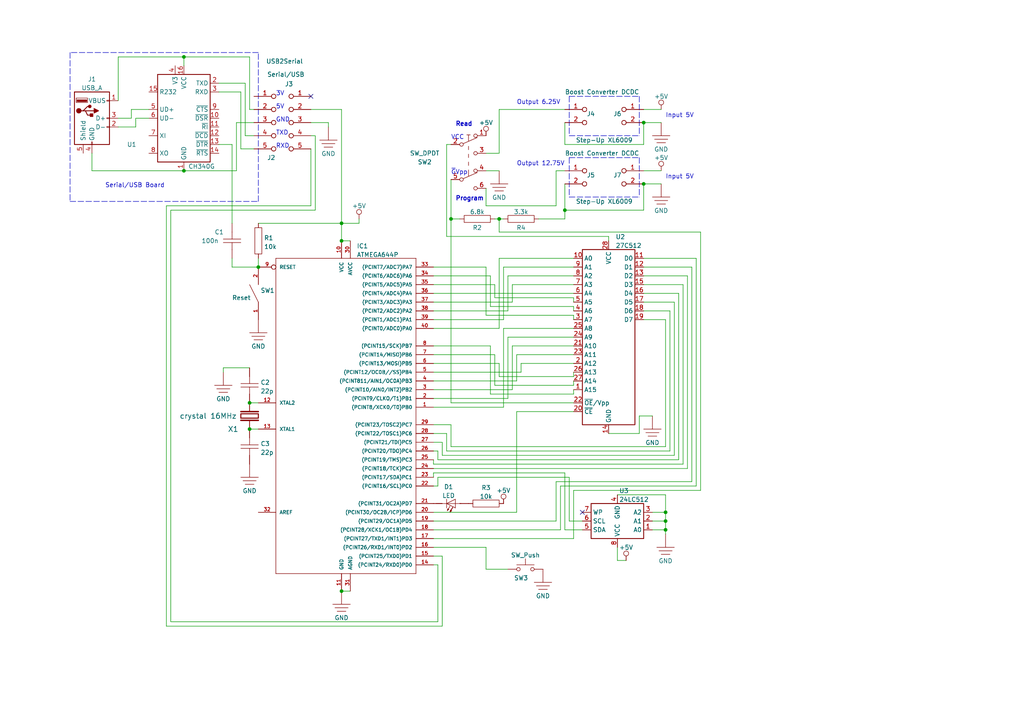
<source format=kicad_sch>
(kicad_sch (version 20211123) (generator eeschema)
  (paper "A4")
  (lib_symbols
    (symbol "weigu:+5V" (power) (pin_numbers hide) (pin_names (offset 0) hide)
      (property "Value" "+5V" (at -0.254 4.064 0))
      (symbol "+5V_0_1"
        (circle (center 0 2.032) (radius 0.7112))
      )
      (symbol "+5V_1_1"
        (pin power_in line (at 0 0 90) (length 1.27) (name "+5V") (number "1"))
      )
    )
    (symbol "weigu:24LC512"
      (property "Reference" "U" (at -6.35 6.35 0))
      (property "Value" "24LC512" (at 1.27 6.35 0))
      (symbol "24LC512_1_1"
        (rectangle (start -7.62 5.08) (end 7.62 -5.08) (stroke (width 0.254)))
        (pin input line (at -10.16 2.54 0) (length 2.54) (name "A0") (number "1"))
        (pin input line (at -10.16 0 0) (length 2.54) (name "A1") (number "2"))
        (pin input line (at -10.16 -2.54 0) (length 2.54) (name "A2") (number "3"))
        (pin power_in line (at 0 -7.62 90) (length 2.54) (name "GND") (number "4"))
        (pin bidirectional line (at 10.16 2.54 180) (length 2.54) (name "SDA") (number "5"))
        (pin input line (at 10.16 0 180) (length 2.54) (name "SCL") (number "6"))
        (pin input line (at 10.16 -2.54 180) (length 2.54) (name "WP") (number "7"))
        (pin power_in line (at 0 7.62 270) (length 2.54) (name "VCC") (number "8"))
      )
    )
    (symbol "weigu:27C512"
      (property "Reference" "U?" (at 2.0194 29.0998 0))
      (property "Value" "27C512" (at 2.0194 26.5629 0))
      (symbol "27C512_1_1"
        (rectangle (start -7.62 25.4) (end 7.62 -25.4) (stroke (width 0.254)))
        (pin input line (at -10.16 -15.24 0) (length 2.54) (name "A15") (number "1"))
        (pin input line (at -10.16 22.86 0) (length 2.54) (name "A0") (number "10"))
        (pin tri_state line (at 10.16 22.86 180) (length 2.54) (name "D0") (number "11"))
        (pin tri_state line (at 10.16 20.32 180) (length 2.54) (name "D1") (number "12"))
        (pin tri_state line (at 10.16 17.78 180) (length 2.54) (name "D2") (number "13"))
        (pin power_in line (at 0 -27.94 90) (length 2.54) (name "GND") (number "14"))
        (pin tri_state line (at 10.16 15.24 180) (length 2.54) (name "D3") (number "15"))
        (pin tri_state line (at 10.16 12.7 180) (length 2.54) (name "D4") (number "16"))
        (pin tri_state line (at 10.16 10.16 180) (length 2.54) (name "D5") (number "17"))
        (pin tri_state line (at 10.16 7.62 180) (length 2.54) (name "D6") (number "18"))
        (pin tri_state line (at 10.16 5.08 180) (length 2.54) (name "D7") (number "19"))
        (pin input line (at -10.16 -7.62 0) (length 2.54) (name "A12") (number "2"))
        (pin input line (at -10.16 -21.59 0) (length 2.54) (name "~{CE}") (number "20"))
        (pin input line (at -10.16 -2.54 0) (length 2.54) (name "A10") (number "21"))
        (pin input line (at -10.16 -19.05 0) (length 2.54) (name "~{OE}/Vpp") (number "22"))
        (pin input line (at -10.16 -5.08 0) (length 2.54) (name "A11") (number "23"))
        (pin input line (at -10.16 0 0) (length 2.54) (name "A9") (number "24"))
        (pin input line (at -10.16 2.54 0) (length 2.54) (name "A8") (number "25"))
        (pin input line (at -10.16 -10.16 0) (length 2.54) (name "A13") (number "26"))
        (pin input line (at -10.16 -12.7 0) (length 2.54) (name "A14") (number "27"))
        (pin power_in line (at 0 27.94 270) (length 2.54) (name "VCC") (number "28"))
        (pin input line (at -10.16 5.08 0) (length 2.54) (name "A7") (number "3"))
        (pin input line (at -10.16 7.62 0) (length 2.54) (name "A6") (number "4"))
        (pin input line (at -10.16 10.16 0) (length 2.54) (name "A5") (number "5"))
        (pin input line (at -10.16 12.7 0) (length 2.54) (name "A4") (number "6"))
        (pin input line (at -10.16 15.24 0) (length 2.54) (name "A3") (number "7"))
        (pin input line (at -10.16 17.78 0) (length 2.54) (name "A2") (number "8"))
        (pin input line (at -10.16 20.32 0) (length 2.54) (name "A1") (number "9"))
      )
    )
    (symbol "weigu:ATMEGA644P" (pin_names (offset 1.016))
      (property "Reference" "IC" (at -20.32 46.482 0))
      (property "Value" "ATMEGA644P" (at 5.08 -48.26 0))
      (symbol "ATMEGA644P_1_0"
        (polyline (pts (xy -20.32 -45.72) (xy -20.32 45.72)))
        (polyline (pts (xy -20.32 45.72) (xy 20.32 45.72)))
        (polyline (pts (xy 20.32 -45.72) (xy -20.32 -45.72)))
        (polyline (pts (xy 20.32 45.72) (xy 20.32 -45.72)))
      )
      (symbol "ATMEGA644P_1_1"
        (pin bidirectional line (at 25.4 2.54 180) (length 5.08) (name "(PCINT8/XCK0/T0)PB0") (number "1"))
        (pin power_in line (at -1.27 50.8 270) (length 5.08) (name "VCC") (number "10"))
        (pin power_in line (at -1.27 -50.8 90) (length 5.08) (name "GND") (number "11"))
        (pin bidirectional line (at -25.4 3.81 0) (length 5.08) (name "XTAL2") (number "12"))
        (pin bidirectional line (at -25.4 -3.81 0) (length 5.08) (name "XTAL1") (number "13"))
        (pin bidirectional line (at 25.4 -43.18 180) (length 5.08) (name "(PCINT24/RXD0)PD0") (number "14"))
        (pin bidirectional line (at 25.4 -40.64 180) (length 5.08) (name "(PCINT25/TXD0)PD1") (number "15"))
        (pin bidirectional line (at 25.4 -38.1 180) (length 5.08) (name "(PCINT26/RXD1/INT0)PD2") (number "16"))
        (pin bidirectional line (at 25.4 -35.56 180) (length 5.08) (name "(PCINT27/TXD1/INT1)PD3") (number "17"))
        (pin bidirectional line (at 25.4 -33.02 180) (length 5.08) (name "(PCINT28/XCK1/OC1B)PD4") (number "18"))
        (pin bidirectional line (at 25.4 -30.48 180) (length 5.08) (name "(PCINT29/OC1A)PD5") (number "19"))
        (pin bidirectional line (at 25.4 5.08 180) (length 5.08) (name "(PCINT9/CLKO/T1)PB1") (number "2"))
        (pin bidirectional line (at 25.4 -27.94 180) (length 5.08) (name "(PCINT30/OC2B/ICP)PD6") (number "20"))
        (pin bidirectional line (at 25.4 -25.4 180) (length 5.08) (name "(PCINT31/OC2A)PD7") (number "21"))
        (pin bidirectional line (at 25.4 -20.32 180) (length 5.08) (name "(PCINT16/SCL)PC0") (number "22"))
        (pin bidirectional line (at 25.4 -17.78 180) (length 5.08) (name "(PCINT17/SDA)PC1") (number "23"))
        (pin bidirectional line (at 25.4 -15.24 180) (length 5.08) (name "(PCINT18/TCK)PC2") (number "24"))
        (pin bidirectional line (at 25.4 -12.7 180) (length 5.08) (name "(PCINT19/TMS)PC3") (number "25"))
        (pin bidirectional line (at 25.4 -10.16 180) (length 5.08) (name "(PCINT20/TDO)PC4") (number "26"))
        (pin bidirectional line (at 25.4 -7.62 180) (length 5.08) (name "(PCINT21/TDI)PC5") (number "27"))
        (pin bidirectional line (at 25.4 -5.08 180) (length 5.08) (name "(PCINT22/TOSC1)PC6") (number "28"))
        (pin bidirectional line (at 25.4 -2.54 180) (length 5.08) (name "(PCINT23/TOSC2)PC7") (number "29"))
        (pin bidirectional line (at 25.4 7.62 180) (length 5.08) (name "(PCINT10/AIN0/INT2)PB2") (number "3"))
        (pin power_in line (at 1.27 50.8 270) (length 5.08) (name "AVCC") (number "30"))
        (pin power_in line (at 1.27 -50.8 90) (length 5.08) (name "AGND") (number "31"))
        (pin passive line (at -25.4 -27.94 0) (length 5.08) (name "AREF") (number "32"))
        (pin bidirectional line (at 25.4 43.18 180) (length 5.08) (name "(PCINT7/ADC7)PA7") (number "33"))
        (pin bidirectional line (at 25.4 40.64 180) (length 5.08) (name "(PCINT6/ADC6)PA6") (number "34"))
        (pin bidirectional line (at 25.4 38.1 180) (length 5.08) (name "(PCINT5/ADC5)PA5") (number "35"))
        (pin bidirectional line (at 25.4 35.56 180) (length 5.08) (name "(PCINT4/ADC4)PA4") (number "36"))
        (pin bidirectional line (at 25.4 33.02 180) (length 5.08) (name "(PCINT3/ADC3)PA3") (number "37"))
        (pin bidirectional line (at 25.4 30.48 180) (length 5.08) (name "(PCINT2/ADC2)PA2") (number "38"))
        (pin bidirectional line (at 25.4 27.94 180) (length 5.08) (name "(PCINT1/ADC1)PA1") (number "39"))
        (pin bidirectional line (at 25.4 10.16 180) (length 5.08) (name "(PCINT811/AIN1/OC0A)PB3") (number "4"))
        (pin bidirectional line (at 25.4 25.4 180) (length 5.08) (name "(PCINT0/ADC0)PA0") (number "40"))
        (pin bidirectional line (at 25.4 12.7 180) (length 5.08) (name "(PCINT12/OC0B//SS)PB4") (number "5"))
        (pin bidirectional line (at 25.4 15.24 180) (length 5.08) (name "(PCINT13/MOSI)PB5") (number "6"))
        (pin bidirectional line (at 25.4 17.78 180) (length 5.08) (name "(PCINT14/MISO)PB6") (number "7"))
        (pin bidirectional line (at 25.4 20.32 180) (length 5.08) (name "(PCINT15/SCK)PB7") (number "8"))
        (pin input inverted (at -25.4 43.18 0) (length 5.08) (name "RESET") (number "9"))
      )
    )
    (symbol "weigu:C" (pin_numbers hide) (pin_names (offset 0.254) hide)
      (property "Reference" "C" (at 0.508 1.778 0))
      (property "Value" "C" (at 0.508 -2.032 0))
      (symbol "C_0_1"
        (polyline (pts (xy -2.54 -0.508) (xy 2.54 -0.508)))
        (polyline (pts (xy -2.54 0.508) (xy 2.54 0.508)))
        (polyline (pts (xy 0 -0.508) (xy 0 -2.54)))
        (polyline (pts (xy 0 2.54) (xy 0 0.508)))
      )
      (symbol "C_1_1"
        (pin passive line (at 0 5.08 270) (length 2.54) (name "1") (number "1"))
        (pin passive line (at 0 -5.08 90) (length 2.54) (name "2") (number "2"))
      )
    )
    (symbol "weigu:CH340G"
      (property "Reference" "U" (at -5.08 13.97 0))
      (property "Value" "CH340G" (at 1.27 13.97 0))
      (symbol "CH340G_0_1"
        (rectangle (start -7.62 12.7) (end 7.62 -12.7) (stroke (width 0.254)))
      )
      (symbol "CH340G_1_1"
        (pin power_in line (at 0 -15.24 90) (length 2.54) (name "GND") (number "1"))
        (pin input line (at 10.16 0 180) (length 2.54) (name "~{DSR}") (number "10"))
        (pin input line (at 10.16 -2.54 180) (length 2.54) (name "~{RI}") (number "11"))
        (pin input line (at 10.16 -5.08 180) (length 2.54) (name "~{DCD}") (number "12"))
        (pin output line (at 10.16 -7.62 180) (length 2.54) (name "~{DTR}") (number "13"))
        (pin output line (at 10.16 -10.16 180) (length 2.54) (name "~{RTS}") (number "14"))
        (pin input line (at -10.16 7.62 0) (length 2.54) (name "R232") (number "15"))
        (pin power_in line (at 0 15.24 270) (length 2.54) (name "VCC") (number "16"))
        (pin output line (at 10.16 10.16 180) (length 2.54) (name "TXD") (number "2"))
        (pin input line (at 10.16 7.62 180) (length 2.54) (name "RXD") (number "3"))
        (pin passive line (at -2.54 15.24 270) (length 2.54) (name "V3") (number "4"))
        (pin bidirectional line (at -10.16 2.54 0) (length 2.54) (name "UD+") (number "5"))
        (pin bidirectional line (at -10.16 0 0) (length 2.54) (name "UD-") (number "6"))
        (pin input line (at -10.16 -5.08 0) (length 2.54) (name "XI") (number "7"))
        (pin output line (at -10.16 -10.16 0) (length 2.54) (name "XO") (number "8"))
        (pin input line (at 10.16 2.54 180) (length 2.54) (name "~{CTS}") (number "9"))
      )
    )
    (symbol "weigu:GND" (power) (pin_names (offset 0))
      (property "Value" "GND" (at 2.54 -2.54 0))
      (symbol "GND_0_1"
        (polyline (pts (xy -2.54 -3.81) (xy 2.54 -3.81)))
        (polyline (pts (xy -1.905 -4.826) (xy 1.905 -4.826)))
        (polyline (pts (xy -1.27 -5.842) (xy 1.27 -5.842)))
        (polyline (pts (xy 0 -3.81) (xy 0 0)))
      )
      (symbol "GND_1_1"
        (pin power_in line (at 0 0 270) (length 0) hide (name "GND") (number "1"))
      )
    )
    (symbol "weigu:LED" (pin_names (offset 1.016) hide)
      (property "Reference" "D" (at -3.4544 -1.0668 0))
      (property "Value" "LED" (at 3.2512 -1.0922 0))
      (symbol "LED_0_1"
        (polyline (pts (xy 1.27 1.27) (xy 1.27 -1.27)))
        (polyline (pts (xy -2.921 0) (xy 4.318 0) (xy 4.318 0)))
        (polyline (pts (xy -0.0508 2.0828) (xy 0.0762 2.2098) (xy 0.0762 2.2098)))
        (polyline (pts (xy -0.0508 2.0828) (xy 0.0762 2.2098) (xy 0.0762 2.2098)))
        (polyline (pts (xy -0.0508 2.0828) (xy 0.0762 2.2098) (xy 0.0762 2.2098)))
        (polyline (pts (xy -0.0508 2.0828) (xy 0.0762 2.2098) (xy 0.0762 2.2098)))
        (polyline (pts (xy -1.27 1.27) (xy 1.27 0) (xy -1.27 -1.27) (xy -1.27 1.27) (xy -1.27 1.27)))
        (polyline (pts (xy -0.4826 1.1176) (xy 0.3048 2.5146) (xy -0.1524 2.0828) (xy 0.1524 1.905) (xy 0.2794 2.4892)))
        (polyline (pts (xy -0.4826 1.1176) (xy 0.3048 2.5146) (xy -0.1524 2.0828) (xy 0.1524 1.905) (xy 0.2794 2.4892)))
        (polyline (pts (xy -0.4826 1.1176) (xy 0.3048 2.5146) (xy -0.1524 2.0828) (xy 0.1524 1.905) (xy 0.2794 2.4892)))
        (polyline (pts (xy -0.4826 1.1176) (xy 0.3048 2.5146) (xy -0.1524 2.0828) (xy 0.1524 1.905) (xy 0.2794 2.4892)))
        (polyline (pts (xy 0.3048 0.762) (xy 1.0922 2.1082) (xy 0.635 1.6764) (xy 0.9398 1.4986) (xy 1.0922 2.1082)))
      )
      (symbol "LED_1_1"
        (pin passive line (at -5.08 0 0) (length 2.54) (name "A") (number ""))
        (pin passive line (at 5.08 0 180) (length 2.54) (name "K") (number ""))
      )
    )
    (symbol "weigu:QUARZ" (pin_numbers hide) (pin_names (offset 1.016) hide)
      (property "Reference" "X" (at 0 4.445 0))
      (property "Value" "QUARZ" (at 0 -3.81 0))
      (symbol "QUARZ_0_1"
        (polyline (pts (xy -1.27 2.54) (xy -1.27 -2.54)) (stroke (width 0.4064)))
        (polyline (pts (xy 1.27 2.54) (xy 1.27 -2.54)) (stroke (width 0.4064)))
        (polyline (pts (xy -0.635 2.54) (xy 0.635 2.54) (xy 0.635 -2.54) (xy -0.635 -2.54) (xy -0.635 2.54)) (stroke (width 0.3048)))
      )
      (symbol "QUARZ_1_1"
        (pin passive line (at -3.81 0 0) (length 2.54) (name "1") (number "1"))
        (pin passive line (at 3.81 0 180) (length 2.54) (name "2") (number "2"))
      )
    )
    (symbol "weigu:R" (pin_numbers hide) (pin_names (offset 0) hide)
      (property "Reference" "R" (at 0 1.905 0))
      (property "Value" "R" (at 0 0 0))
      (symbol "R_0_1"
        (rectangle (start -3.81 1.016) (end 3.81 -1.016))
      )
      (symbol "R_1_1"
        (pin passive line (at -5.08 0 0) (length 1.27) (name "1") (number "1"))
        (pin passive line (at 5.08 0 180) (length 1.27) (name "2") (number "2"))
      )
    )
    (symbol "weigu:SIL1x2L" (pin_names (offset 1.016) hide)
      (property "Reference" "J" (at 1.27 5.08 0))
      (property "Value" "SIL1x2L" (at 1.27 -5.08 0))
      (symbol "SIL1x2L_1_1"
        (pin passive inverted (at -2.54 1.27 0) (length 6.35) (name "11") (number "1"))
        (pin passive inverted (at -2.54 -2.54 0) (length 6.35) (name "12") (number "2"))
      )
    )
    (symbol "weigu:SIL1x2R" (pin_names (offset 1.016) hide)
      (property "Reference" "J" (at 1.27 5.08 0))
      (property "Value" "SIL1x2R" (at 1.27 -5.08 0))
      (symbol "SIL1x2R_1_1"
        (pin passive inverted (at 2.54 1.27 180) (length 6.35) (name "11") (number "1"))
        (pin passive inverted (at 2.54 -2.54 180) (length 6.35) (name "12") (number "2"))
      )
    )
    (symbol "weigu:SIL1x5L" (pin_names (offset 1.016) hide)
      (property "Reference" "J" (at 0 11.43 0))
      (property "Value" "SIL1x5L" (at 0 -10.16 0))
      (symbol "SIL1x5L_1_1"
        (pin passive inverted (at -2.54 7.62 0) (length 6.35) (name "11") (number "1"))
        (pin passive inverted (at -2.54 3.81 0) (length 6.35) (name "12") (number "2"))
        (pin passive inverted (at -2.54 0 0) (length 6.35) (name "13") (number "3"))
        (pin passive inverted (at -2.54 -3.81 0) (length 6.35) (name "14") (number "4"))
        (pin passive inverted (at -2.54 -7.62 0) (length 6.35) (name "15") (number "5"))
      )
    )
    (symbol "weigu:SIL1x5R" (pin_names (offset 1.016) hide)
      (property "Reference" "J" (at 0 11.43 0))
      (property "Value" "SIL1x5R" (at 0 -10.16 0))
      (symbol "SIL1x5R_1_1"
        (pin passive inverted (at 2.54 7.62 180) (length 6.35) (name "11") (number "1"))
        (pin passive inverted (at 2.54 3.81 180) (length 6.35) (name "12") (number "2"))
        (pin passive inverted (at 2.54 0 180) (length 6.35) (name "13") (number "3"))
        (pin passive inverted (at 2.54 -3.81 180) (length 6.35) (name "14") (number "4"))
        (pin passive inverted (at 2.54 -7.62 180) (length 6.35) (name "15") (number "5"))
      )
    )
    (symbol "weigu:SW_DPDT" (pin_names (offset 0) hide)
      (property "Reference" "SW" (at 0 8.89 0))
      (property "Value" "SW_DPDT" (at 0 -10.16 0))
      (symbol "SW_DPDT_0_0"
        (circle (center -2.032 -5.08) (radius 0.508))
        (circle (center -2.032 5.08) (radius 0.508))
        (circle (center 2.032 -7.62) (radius 0.508))
        (circle (center 2.032 2.54) (radius 0.508))
      )
      (symbol "SW_DPDT_0_1"
        (polyline (pts (xy -1.524 -4.826) (xy 2.54 -3.048)))
        (polyline (pts (xy -1.524 5.334) (xy 2.54 7.112)))
        (polyline (pts (xy 0 -2.286) (xy 0 -4.064)))
        (polyline (pts (xy 0 -1.016) (xy 0 0)))
        (polyline (pts (xy 0 1.27) (xy 0 2.286)))
        (polyline (pts (xy 0 3.556) (xy 0 4.572)))
        (polyline (pts (xy 0 7.874) (xy 0 6.096)))
        (polyline (pts (xy 0.508 7.874) (xy -0.508 7.874)) (stroke (width 0.1524)))
        (circle (center 2.032 -2.54) (radius 0.508))
        (circle (center 2.032 7.62) (radius 0.508))
      )
      (symbol "SW_DPDT_1_1"
        (pin passive line (at 5.08 7.62 180) (length 2.54) (name "A") (number "1"))
        (pin passive line (at -5.08 5.08 0) (length 2.54) (name "B") (number "2"))
        (pin passive line (at 5.08 2.54 180) (length 2.54) (name "C") (number "3"))
        (pin passive line (at 5.08 -2.54 180) (length 2.54) (name "A") (number "4"))
        (pin passive line (at -5.08 -5.08 0) (length 2.54) (name "B") (number "5"))
        (pin passive line (at 5.08 -7.62 180) (length 2.54) (name "C") (number "6"))
      )
    )
    (symbol "weigu:SW_Push" (pin_numbers hide) (pin_names (offset 1.016) hide)
      (property "Reference" "SW" (at 1.27 2.54 0))
      (property "Value" "SW_Push" (at 0 -1.524 0))
      (symbol "SW_Push_0_1"
        (circle (center -2.032 0) (radius 0.508))
        (polyline (pts (xy 0 1.27) (xy 0 3.048)))
        (polyline (pts (xy 2.54 1.27) (xy -2.54 1.27)))
        (circle (center 2.032 0) (radius 0.508))
        (pin passive line (at -5.08 0 0) (length 2.54) (name "1") (number "1"))
        (pin passive line (at 5.08 0 180) (length 2.54) (name "2") (number "2"))
      )
    )
    (symbol "weigu:Switch_Closer" (pin_names (offset 1.016) hide)
      (property "Reference" "SW" (at -5.08 2.54 0))
      (property "Value" "Switch_Closer" (at 0 -2.54 0))
      (symbol "Switch_Closer_0_1"
        (polyline (pts (xy -2.54 0) (xy 2.54 2.54)))
      )
      (symbol "Switch_Closer_1_1"
        (pin passive line (at -7.62 0 0) (length 5.08) (name "1") (number "1"))
        (pin passive line (at 7.62 0 180) (length 5.08) (name "2") (number "2"))
      )
    )
    (symbol "weigu:USB_A" (pin_names (offset 1.016))
      (property "Reference" "J" (at -5.08 11.43 0))
      (property "Value" "USB_A" (at -5.08 8.89 0))
      (symbol "USB_A_0_1"
        (rectangle (start -5.08 -7.62) (end 5.08 7.62) (stroke (width 0.254)))
        (circle (center -3.81 2.159) (radius 0.635) (stroke (width 0.254)) (fill (type outline)))
        (rectangle (start -1.524 4.826) (end -4.318 5.334) (fill (type outline)))
        (rectangle (start -1.27 4.572) (end -4.572 5.842))
        (circle (center -0.635 3.429) (radius 0.381) (stroke (width 0.254)) (fill (type outline)))
        (rectangle (start -0.127 -7.62) (end 0.127 -6.858))
        (polyline (pts (xy -3.175 2.159) (xy -2.54 2.159) (xy -1.27 3.429) (xy -0.635 3.429)) (stroke (width 0.254)))
        (polyline (pts (xy -2.54 2.159) (xy -1.905 2.159) (xy -1.27 0.889) (xy 0 0.889)) (stroke (width 0.254)))
        (polyline (pts (xy 0.635 2.794) (xy 0.635 1.524) (xy 1.905 2.159) (xy 0.635 2.794)) (stroke (width 0.254)) (fill (type outline)))
        (rectangle (start 0.254 1.27) (end -0.508 0.508) (stroke (width 0.254)) (fill (type outline)))
        (rectangle (start 5.08 -2.667) (end 4.318 -2.413))
        (rectangle (start 5.08 -0.127) (end 4.318 0.127))
        (rectangle (start 5.08 4.953) (end 4.318 5.207))
      )
      (symbol "USB_A_1_1"
        (polyline (pts (xy -1.905 2.159) (xy 0.635 2.159)) (stroke (width 0.254)))
        (pin power_in line (at 7.62 5.08 180) (length 2.54) (name "VBUS") (number "1"))
        (pin bidirectional line (at 7.62 -2.54 180) (length 2.54) (name "D-") (number "2"))
        (pin bidirectional line (at 7.62 0 180) (length 2.54) (name "D+") (number "3"))
        (pin power_in line (at 0 -10.16 90) (length 2.54) (name "GND") (number "4"))
        (pin passive line (at -2.54 -10.16 90) (length 2.54) (name "Shield") (number "5"))
      )
    )
  )
  (junction (at 186.69 53.34))
  (junction (at 144.78 63.5))
  (junction (at 186.69 35.56))
  (junction (at 193.04 148.59))
  (junction (at 74.93 77.47))
  (junction (at 163.83 60.96))
  (junction (at 72.39 116.84))
  (junction (at 99.06 69.85))
  (junction (at 53.34 16.51))
  (junction (at 193.04 151.13))
  (junction (at 99.06 64.77))
  (junction (at 130.81 63.5))
  (junction (at 72.39 124.46))
  (junction (at 53.34 49.53))
  (junction (at 99.06 171.45))
  (junction (at 193.04 153.67))
  (no_connect (at 90.17 27.94))
  (no_connect (at 168.91 148.59))
  (wire (pts (xy 193.04 151.13) (xy 193.04 153.67)))
  (wire (pts (xy 200.66 77.47) (xy 200.66 139.7)))
  (wire (pts (xy 67.31 41.91) (xy 67.31 64.77)))
  (wire (pts (xy 38.1 31.75) (xy 43.18 31.75)))
  (wire (pts (xy 127 163.83) (xy 127 180.34)))
  (wire (pts (xy 90.17 35.56) (xy 95.25 35.56)))
  (wire (pts (xy 142.24 80.01) (xy 142.24 88.9)))
  (wire (pts (xy 39.37 34.29) (xy 43.18 34.29)))
  (wire (pts (xy 128.27 181.61) (xy 128.27 161.29)))
  (wire (pts (xy 186.69 35.56) (xy 191.77 35.56)))
  (wire (pts (xy 125.73 148.59) (xy 149.86 148.59)))
  (wire (pts (xy 129.54 41.91) (xy 130.81 41.91)))
  (wire (pts (xy 48.26 181.61) (xy 128.27 181.61)))
  (wire (pts (xy 186.69 53.34) (xy 191.77 53.34)))
  (wire (pts (xy 203.2 142.24) (xy 166.37 142.24)))
  (polyline (pts (xy 20.32 58.42) (xy 74.93 58.42)))
  (wire (pts (xy 161.29 139.7) (xy 200.66 139.7)))
  (wire (pts (xy 34.29 34.29) (xy 38.1 34.29)))
  (wire (pts (xy 64.77 106.68) (xy 72.39 106.68)))
  (wire (pts (xy 193.04 143.51) (xy 193.04 148.59)))
  (wire (pts (xy 193.04 92.71) (xy 186.69 92.71)))
  (wire (pts (xy 140.97 49.53) (xy 144.78 49.53)))
  (wire (pts (xy 39.37 36.83) (xy 39.37 34.29)))
  (wire (pts (xy 125.73 125.73) (xy 129.54 125.73)))
  (wire (pts (xy 49.53 60.96) (xy 91.44 60.96)))
  (wire (pts (xy 143.51 86.36) (xy 166.37 86.36)))
  (wire (pts (xy 166.37 86.36) (xy 166.37 87.63)))
  (wire (pts (xy 166.37 109.22) (xy 166.37 107.95)))
  (polyline (pts (xy 165.1 27.94) (xy 185.42 27.94)))
  (wire (pts (xy 146.05 92.71) (xy 146.05 77.47)))
  (wire (pts (xy 199.39 135.89) (xy 199.39 80.01)))
  (wire (pts (xy 128.27 132.08) (xy 195.58 132.08)))
  (wire (pts (xy 163.83 153.67) (xy 168.91 153.67)))
  (wire (pts (xy 166.37 88.9) (xy 166.37 90.17)))
  (wire (pts (xy 72.39 116.84) (xy 74.93 116.84)))
  (wire (pts (xy 125.73 82.55) (xy 143.51 82.55)))
  (wire (pts (xy 125.73 140.97) (xy 127 140.97)))
  (wire (pts (xy 142.24 88.9) (xy 166.37 88.9)))
  (wire (pts (xy 193.04 153.67) (xy 193.04 154.94)))
  (wire (pts (xy 144.78 63.5) (xy 146.05 63.5)))
  (wire (pts (xy 161.29 151.13) (xy 161.29 139.7)))
  (polyline (pts (xy 165.1 27.94) (xy 165.1 39.37)))
  (polyline (pts (xy 185.42 45.72) (xy 185.42 57.15)))
  (wire (pts (xy 186.69 31.75) (xy 191.77 31.75)))
  (wire (pts (xy 166.37 111.76) (xy 166.37 110.49)))
  (wire (pts (xy 125.73 138.43) (xy 125.73 137.16)))
  (wire (pts (xy 90.17 31.75) (xy 99.06 31.75)))
  (wire (pts (xy 49.53 180.34) (xy 49.53 60.96)))
  (wire (pts (xy 176.53 125.73) (xy 185.42 125.73)))
  (wire (pts (xy 71.12 24.13) (xy 71.12 39.37)))
  (wire (pts (xy 129.54 130.81) (xy 194.31 130.81)))
  (wire (pts (xy 125.73 85.09) (xy 166.37 85.09)))
  (wire (pts (xy 179.07 143.51) (xy 193.04 143.51)))
  (wire (pts (xy 149.86 110.49) (xy 149.86 102.87)))
  (wire (pts (xy 129.54 41.91) (xy 129.54 68.58)))
  (wire (pts (xy 130.81 116.84) (xy 166.37 116.84)))
  (wire (pts (xy 129.54 68.58) (xy 176.53 68.58)))
  (wire (pts (xy 127 180.34) (xy 49.53 180.34)))
  (wire (pts (xy 128.27 161.29) (xy 125.73 161.29)))
  (wire (pts (xy 165.1 151.13) (xy 168.91 151.13)))
  (wire (pts (xy 125.73 107.95) (xy 151.13 107.95)))
  (wire (pts (xy 195.58 87.63) (xy 195.58 132.08)))
  (wire (pts (xy 166.37 156.21) (xy 125.73 156.21)))
  (wire (pts (xy 179.07 162.56) (xy 179.07 158.75)))
  (wire (pts (xy 140.97 77.47) (xy 140.97 91.44)))
  (wire (pts (xy 140.97 91.44) (xy 166.37 91.44)))
  (wire (pts (xy 142.24 114.3) (xy 166.37 114.3)))
  (wire (pts (xy 64.77 107.95) (xy 64.77 106.68)))
  (wire (pts (xy 125.73 80.01) (xy 142.24 80.01)))
  (wire (pts (xy 125.73 113.03) (xy 148.59 113.03)))
  (wire (pts (xy 144.78 95.25) (xy 144.78 74.93)))
  (wire (pts (xy 74.93 74.93) (xy 74.93 77.47)))
  (wire (pts (xy 125.73 92.71) (xy 146.05 92.71)))
  (wire (pts (xy 125.73 123.19) (xy 130.81 123.19)))
  (wire (pts (xy 166.37 142.24) (xy 166.37 156.21)))
  (wire (pts (xy 198.12 82.55) (xy 198.12 134.62)))
  (wire (pts (xy 130.81 116.84) (xy 130.81 63.5)))
  (wire (pts (xy 195.58 87.63) (xy 186.69 87.63)))
  (wire (pts (xy 166.37 114.3) (xy 166.37 113.03)))
  (wire (pts (xy 199.39 80.01) (xy 186.69 80.01)))
  (wire (pts (xy 147.32 97.79) (xy 166.37 97.79)))
  (wire (pts (xy 67.31 77.47) (xy 74.93 77.47)))
  (wire (pts (xy 163.83 49.53) (xy 161.29 49.53)))
  (wire (pts (xy 144.78 31.75) (xy 163.83 31.75)))
  (wire (pts (xy 125.73 134.62) (xy 198.12 134.62)))
  (wire (pts (xy 125.73 137.16) (xy 163.83 137.16)))
  (wire (pts (xy 72.39 124.46) (xy 74.93 124.46)))
  (wire (pts (xy 163.83 63.5) (xy 163.83 60.96)))
  (wire (pts (xy 125.73 87.63) (xy 148.59 87.63)))
  (wire (pts (xy 69.85 43.18) (xy 73.66 43.18)))
  (wire (pts (xy 200.66 77.47) (xy 186.69 77.47)))
  (wire (pts (xy 69.85 26.67) (xy 69.85 43.18)))
  (wire (pts (xy 63.5 24.13) (xy 71.12 24.13)))
  (wire (pts (xy 194.31 90.17) (xy 186.69 90.17)))
  (polyline (pts (xy 74.93 15.24) (xy 20.32 15.24)))
  (wire (pts (xy 144.78 63.5) (xy 144.78 67.31)))
  (wire (pts (xy 91.44 60.96) (xy 91.44 39.37)))
  (wire (pts (xy 189.23 148.59) (xy 193.04 148.59)))
  (wire (pts (xy 148.59 100.33) (xy 166.37 100.33)))
  (wire (pts (xy 194.31 130.81) (xy 194.31 90.17)))
  (wire (pts (xy 125.73 135.89) (xy 199.39 135.89)))
  (wire (pts (xy 146.05 118.11) (xy 146.05 95.25)))
  (wire (pts (xy 189.23 153.67) (xy 193.04 153.67)))
  (wire (pts (xy 185.42 120.65) (xy 189.23 120.65)))
  (wire (pts (xy 163.83 137.16) (xy 163.83 153.67)))
  (wire (pts (xy 38.1 34.29) (xy 38.1 31.75)))
  (polyline (pts (xy 185.42 27.94) (xy 185.42 39.37)))
  (wire (pts (xy 193.04 148.59) (xy 193.04 151.13)))
  (wire (pts (xy 130.81 63.5) (xy 133.35 63.5)))
  (wire (pts (xy 203.2 67.31) (xy 203.2 142.24)))
  (wire (pts (xy 26.67 49.53) (xy 53.34 49.53)))
  (polyline (pts (xy 165.1 45.72) (xy 165.1 57.15)))
  (polyline (pts (xy 165.1 39.37) (xy 185.42 39.37)))
  (wire (pts (xy 53.34 49.53) (xy 68.58 49.53)))
  (wire (pts (xy 163.83 53.34) (xy 163.83 60.96)))
  (wire (pts (xy 146.05 77.47) (xy 166.37 77.47)))
  (wire (pts (xy 125.73 133.35) (xy 125.73 134.62)))
  (wire (pts (xy 143.51 111.76) (xy 166.37 111.76)))
  (wire (pts (xy 125.73 110.49) (xy 149.86 110.49)))
  (wire (pts (xy 68.58 49.53) (xy 68.58 35.56)))
  (wire (pts (xy 68.58 35.56) (xy 73.66 35.56)))
  (wire (pts (xy 149.86 119.38) (xy 166.37 119.38)))
  (wire (pts (xy 99.06 64.77) (xy 99.06 69.85)))
  (wire (pts (xy 186.69 60.96) (xy 186.69 53.34)))
  (wire (pts (xy 125.73 77.47) (xy 140.97 77.47)))
  (polyline (pts (xy 74.93 58.42) (xy 74.93 15.24)))
  (wire (pts (xy 162.56 140.97) (xy 201.93 140.97)))
  (wire (pts (xy 125.73 105.41) (xy 144.78 105.41)))
  (wire (pts (xy 140.97 158.75) (xy 140.97 165.1)))
  (wire (pts (xy 165.1 138.43) (xy 165.1 151.13)))
  (wire (pts (xy 163.83 41.91) (xy 186.69 41.91)))
  (wire (pts (xy 144.78 74.93) (xy 166.37 74.93)))
  (wire (pts (xy 125.73 95.25) (xy 144.78 95.25)))
  (wire (pts (xy 143.51 63.5) (xy 144.78 63.5)))
  (wire (pts (xy 143.51 82.55) (xy 143.51 86.36)))
  (wire (pts (xy 125.73 118.11) (xy 146.05 118.11)))
  (wire (pts (xy 125.73 163.83) (xy 127 163.83)))
  (wire (pts (xy 99.06 171.45) (xy 101.6 171.45)))
  (wire (pts (xy 148.59 82.55) (xy 166.37 82.55)))
  (wire (pts (xy 193.04 129.54) (xy 193.04 92.71)))
  (wire (pts (xy 104.14 64.77) (xy 104.14 63.5)))
  (wire (pts (xy 186.69 41.91) (xy 186.69 35.56)))
  (wire (pts (xy 186.69 49.53) (xy 191.77 49.53)))
  (wire (pts (xy 147.32 115.57) (xy 147.32 97.79)))
  (wire (pts (xy 166.37 91.44) (xy 166.37 92.71)))
  (wire (pts (xy 144.78 67.31) (xy 203.2 67.31)))
  (wire (pts (xy 140.97 44.45) (xy 144.78 44.45)))
  (wire (pts (xy 67.31 74.93) (xy 67.31 77.47)))
  (polyline (pts (xy 165.1 57.15) (xy 185.42 57.15)))
  (wire (pts (xy 125.73 128.27) (xy 128.27 128.27)))
  (wire (pts (xy 140.97 59.69) (xy 161.29 59.69)))
  (wire (pts (xy 91.44 39.37) (xy 90.17 39.37)))
  (wire (pts (xy 125.73 151.13) (xy 161.29 151.13)))
  (wire (pts (xy 99.06 69.85) (xy 101.6 69.85)))
  (wire (pts (xy 149.86 102.87) (xy 166.37 102.87)))
  (wire (pts (xy 144.78 109.22) (xy 166.37 109.22)))
  (wire (pts (xy 53.34 16.51) (xy 53.34 19.05)))
  (wire (pts (xy 71.12 39.37) (xy 73.66 39.37)))
  (wire (pts (xy 147.32 90.17) (xy 147.32 80.01)))
  (wire (pts (xy 34.29 29.21) (xy 34.29 16.51)))
  (wire (pts (xy 196.85 85.09) (xy 196.85 133.35)))
  (wire (pts (xy 162.56 153.67) (xy 162.56 140.97)))
  (wire (pts (xy 130.81 129.54) (xy 193.04 129.54)))
  (wire (pts (xy 53.34 16.51) (xy 72.39 16.51)))
  (wire (pts (xy 130.81 63.5) (xy 130.81 52.07)))
  (wire (pts (xy 125.73 153.67) (xy 162.56 153.67)))
  (wire (pts (xy 148.59 87.63) (xy 148.59 82.55)))
  (wire (pts (xy 151.13 105.41) (xy 166.37 105.41)))
  (wire (pts (xy 156.21 63.5) (xy 163.83 63.5)))
  (wire (pts (xy 144.78 105.41) (xy 144.78 109.22)))
  (wire (pts (xy 127 130.81) (xy 127 133.35)))
  (wire (pts (xy 63.5 26.67) (xy 69.85 26.67)))
  (wire (pts (xy 99.06 64.77) (xy 104.14 64.77)))
  (wire (pts (xy 140.97 54.61) (xy 140.97 59.69)))
  (wire (pts (xy 26.67 44.45) (xy 26.67 49.53)))
  (wire (pts (xy 149.86 119.38) (xy 149.86 148.59)))
  (wire (pts (xy 198.12 82.55) (xy 186.69 82.55)))
  (wire (pts (xy 63.5 41.91) (xy 67.31 41.91)))
  (wire (pts (xy 127 133.35) (xy 196.85 133.35)))
  (wire (pts (xy 99.06 31.75) (xy 99.06 64.77)))
  (wire (pts (xy 125.73 115.57) (xy 147.32 115.57)))
  (wire (pts (xy 140.97 165.1) (xy 147.32 165.1)))
  (wire (pts (xy 127 138.43) (xy 165.1 138.43)))
  (wire (pts (xy 128.27 128.27) (xy 128.27 132.08)))
  (wire (pts (xy 72.39 16.51) (xy 72.39 31.75)))
  (wire (pts (xy 90.17 59.69) (xy 48.26 59.69)))
  (polyline (pts (xy 20.32 15.24) (xy 20.32 58.42)))
  (wire (pts (xy 147.32 80.01) (xy 166.37 80.01)))
  (wire (pts (xy 151.13 107.95) (xy 151.13 105.41)))
  (polyline (pts (xy 165.1 45.72) (xy 185.42 45.72)))
  (wire (pts (xy 201.93 74.93) (xy 186.69 74.93)))
  (wire (pts (xy 144.78 44.45) (xy 144.78 31.75)))
  (wire (pts (xy 90.17 43.18) (xy 90.17 59.69)))
  (wire (pts (xy 181.61 162.56) (xy 179.07 162.56)))
  (wire (pts (xy 163.83 60.96) (xy 186.69 60.96)))
  (wire (pts (xy 127 140.97) (xy 127 138.43)))
  (wire (pts (xy 185.42 125.73) (xy 185.42 120.65)))
  (wire (pts (xy 74.93 64.77) (xy 99.06 64.77)))
  (wire (pts (xy 48.26 59.69) (xy 48.26 181.61)))
  (wire (pts (xy 196.85 85.09) (xy 186.69 85.09)))
  (wire (pts (xy 125.73 100.33) (xy 142.24 100.33)))
  (wire (pts (xy 163.83 35.56) (xy 163.83 41.91)))
  (wire (pts (xy 143.51 102.87) (xy 143.51 111.76)))
  (wire (pts (xy 34.29 36.83) (xy 39.37 36.83)))
  (wire (pts (xy 125.73 130.81) (xy 127 130.81)))
  (wire (pts (xy 142.24 100.33) (xy 142.24 114.3)))
  (wire (pts (xy 125.73 158.75) (xy 140.97 158.75)))
  (wire (pts (xy 148.59 113.03) (xy 148.59 100.33)))
  (wire (pts (xy 161.29 49.53) (xy 161.29 59.69)))
  (wire (pts (xy 125.73 102.87) (xy 143.51 102.87)))
  (wire (pts (xy 146.05 95.25) (xy 166.37 95.25)))
  (wire (pts (xy 34.29 16.51) (xy 53.34 16.51)))
  (wire (pts (xy 189.23 151.13) (xy 193.04 151.13)))
  (wire (pts (xy 129.54 125.73) (xy 129.54 130.81)))
  (wire (pts (xy 125.73 90.17) (xy 147.32 90.17)))
  (wire (pts (xy 201.93 74.93) (xy 201.93 140.97)))
  (wire (pts (xy 176.53 69.85) (xy 176.53 68.58)))
  (wire (pts (xy 72.39 31.75) (xy 73.66 31.75)))
  (wire (pts (xy 130.81 123.19) (xy 130.81 129.54)))
  (wire (pts (xy 95.25 35.56) (xy 95.25 36.83)))
  (text "Input 5V" (at 193.04 34.29 0) (effects (font (size 1.27 1.27)) (justify left bottom)))
  (text "Program" (at 132.08 58.42 0) (effects (font (size 1.27 1.27) (thickness 0.254) bold) (justify left bottom)))
  (text "Output 6.25V" (at 149.86 30.48 0) (effects (font (size 1.27 1.27)) (justify left bottom)))
  (text "Input 5V" (at 193.04 52.07 0) (effects (font (size 1.27 1.27)) (justify left bottom)))
  (text "3V" (at 80.01 27.94 0) (effects (font (size 1.27 1.27)) (justify left bottom)))
  (text "VCC" (at 130.81 40.64 0) (effects (font (size 1.27 1.27)) (justify left bottom)))
  (text "GND" (at 80.01 35.56 0) (effects (font (size 1.27 1.27)) (justify left bottom)))
  (text "5V" (at 80.01 31.75 0) (effects (font (size 1.27 1.27)) (justify left bottom)))
  (text "RXD" (at 80.01 43.18 0) (effects (font (size 1.27 1.27)) (justify left bottom)))
  (text "Serial/USB Board" (at 30.48 54.61 0) (effects (font (size 1.27 1.27)) (justify left bottom)))
  (text "TXD" (at 80.01 39.37 0) (effects (font (size 1.27 1.27)) (justify left bottom)))
  (text "Read" (at 132.08 36.83 0) (effects (font (size 1.27 1.27) (thickness 0.254) bold) (justify left bottom)))
  (text "~{G}Vpp" (at 130.81 50.8 0) (effects (font (size 1.27 1.27)) (justify left bottom)))
  (text "Output 12.75V" (at 149.86 48.26 0) (effects (font (size 1.27 1.27)) (justify left bottom)))
  (symbol (lib_id "weigu:QUARZ") (at 72.39 120.65 90) (unit 1)
    (property "Reference" "X1" (at 66.04 124.46 90) (effects (font (size 1.524 1.524)) (justify right)))
    (property "Value" "crystal 16MHz" (at 52.07 120.65 90) (effects (font (size 1.524 1.524)) (justify right)))
  )
  (symbol (lib_id "weigu:SIL1x2R") (at 184.15 33.02 0) (unit 1)
    (property "Reference" "J6" (at 179.07 33.02 0))
    (property "Value" "Step-Up XL6009" (at 175.26 40.64 0))
  )
  (symbol (lib_id "weigu:C") (at 72.39 111.76 0) (unit 1)
    (property "Reference" "C2" (at 75.565 110.9253 0) (effects (justify left)))
    (property "Value" "22p" (at 75.565 113.4622 0) (effects (justify left)))
  )
  (symbol (lib_id "weigu:GND") (at 64.77 107.95 0) (unit 1)
    (property "Reference" "#PWR01" (effects hide))
    (property "Value" "GND" (at 64.77 115.6954 0))
  )
  (symbol (lib_id "weigu:GND") (at 74.93 92.71 0) (unit 1)
    (property "Reference" "#PWR03" (effects hide))
    (property "Value" "GND" (at 74.93 100.4554 0))
  )
  (symbol (lib_id "weigu:GND") (at 144.78 49.53 0) (unit 1)
    (property "Reference" "#PWR08" (effects hide))
    (property "Value" "GND" (at 144.78 57.2754 0))
  )
  (symbol (lib_id "weigu:+5V") (at 140.97 39.37 0) (unit 1)
    (property "Reference" "#PWR07" (effects hide))
    (property "Value" "+5V" (at 140.97 35.591 0))
  )
  (symbol (lib_id "weigu:R") (at 151.13 63.5 0) (unit 1)
    (property "Reference" "R4" (at 151.13 66.04 0))
    (property "Value" "3.3k" (at 151.13 61.4481 0))
  )
  (symbol (lib_id "weigu:GND") (at 191.77 53.34 0) (unit 1)
    (property "Reference" "#PWR016" (effects hide))
    (property "Value" "GND" (at 191.77 61.0854 0))
  )
  (symbol (lib_id "weigu:27C512") (at 176.53 97.79 0) (unit 1)
    (property "Reference" "U2" (at 178.5494 68.6902 0) (effects (justify left)))
    (property "Value" "27C512" (at 178.5494 71.2271 0) (effects (justify left)))
    (property "Footprint" "Package_DIP:DIP-28_W15.24mm" (effects hide))
    (property "Datasheet" "http://ww1.microchip.com/downloads/en/DeviceDoc/doc0015.pdf" (effects hide))
  )
  (symbol (lib_id "weigu:R") (at 74.93 69.85 90) (unit 1)
    (property "Reference" "R1" (at 76.581 69.0153 90) (effects (justify right)))
    (property "Value" "10k" (at 76.581 71.5522 90) (effects (justify right)))
  )
  (symbol (lib_id "weigu:C") (at 72.39 129.54 0) (unit 1)
    (property "Reference" "C3" (at 75.565 128.7053 0) (effects (justify left)))
    (property "Value" "22p" (at 75.565 131.2422 0) (effects (justify left)))
  )
  (symbol (lib_id "weigu:+5V") (at 181.61 162.56 0) (unit 1)
    (property "Reference" "#PWR011" (effects hide))
    (property "Value" "+5V" (at 181.61 158.781 0))
  )
  (symbol (lib_id "weigu:SIL1x5L") (at 76.2 35.56 0) (unit 1)
    (property "Reference" "J2" (at 77.47 45.72 0) (effects (justify left)))
    (property "Value" "Serial/USB" (at 77.47 21.59 0) (effects (justify left)))
  )
  (symbol (lib_id "weigu:24LC512") (at 179.07 151.13 180) (unit 1)
    (property "Reference" "U3" (at 179.5906 142.3502 0) (effects (justify right)))
    (property "Value" "24LC512" (at 179.5906 144.8871 0) (effects (justify right)))
    (property "Datasheet" "http://ww1.microchip.com/downloads/en/DeviceDoc/21754M.pdf" (effects hide))
  )
  (symbol (lib_id "weigu:SIL1x5R") (at 87.63 35.56 0) (unit 1)
    (property "Reference" "J3" (at 83.82 24.3672 0))
    (property "Value" "USB2Serial" (at 82.55 17.78 0))
  )
  (symbol (lib_id "weigu:+5V") (at 146.05 146.05 0) (unit 1)
    (property "Reference" "#PWR09" (effects hide))
    (property "Value" "+5V" (at 146.05 142.271 0))
  )
  (symbol (lib_id "weigu:GND") (at 189.23 120.65 0) (unit 1)
    (property "Reference" "#PWR012" (effects hide))
    (property "Value" "GND" (at 189.23 128.3954 0))
  )
  (symbol (lib_id "weigu:GND") (at 157.48 165.1 0) (unit 1)
    (property "Reference" "#PWR010" (effects hide))
    (property "Value" "GND" (at 157.48 172.8454 0))
  )
  (symbol (lib_id "weigu:USB_A") (at 26.67 34.29 0) (unit 1)
    (property "Reference" "J1" (at 26.67 22.9702 0))
    (property "Value" "USB_A" (at 26.67 25.5071 0))
    (property "Datasheet" " ~" (effects hide))
  )
  (symbol (lib_id "weigu:+5V") (at 104.14 63.5 0) (unit 1)
    (property "Reference" "#PWR06" (effects hide))
    (property "Value" "+5V" (at 104.14 59.721 0))
  )
  (symbol (lib_id "weigu:Switch_Closer") (at 74.93 85.09 90) (unit 1)
    (property "Reference" "SW1" (at 75.565 84.2553 90) (effects (justify right)))
    (property "Value" "Reset" (at 67.31 86.36 90) (effects (justify right)))
  )
  (symbol (lib_id "weigu:SIL1x2R") (at 184.15 50.8 0) (unit 1)
    (property "Reference" "J7" (at 179.07 50.8 0))
    (property "Value" "Step-Up XL6009" (at 175.26 58.42 0))
  )
  (symbol (lib_id "weigu:GND") (at 95.25 36.83 0) (unit 1)
    (property "Reference" "#PWR04" (effects hide))
    (property "Value" "GND" (at 95.25 44.5754 0))
  )
  (symbol (lib_id "weigu:+5V") (at 191.77 31.75 0) (unit 1)
    (property "Reference" "#PWR013" (effects hide))
    (property "Value" "+5V" (at 191.77 27.971 0))
  )
  (symbol (lib_id "weigu:R") (at 140.97 146.05 180) (unit 1)
    (property "Reference" "R3" (at 140.97 141.4612 0))
    (property "Value" "10k" (at 140.97 143.9981 0))
  )
  (symbol (lib_id "weigu:SW_Push") (at 152.4 165.1 0) (unit 1)
    (property "Reference" "SW3" (at 151.13 167.64 0))
    (property "Value" "SW_Push" (at 152.4 161.0161 0))
  )
  (symbol (lib_id "weigu:C") (at 67.31 69.85 0) (unit 1)
    (property "Reference" "C1" (at 62.23 67.31 0) (effects (justify left)))
    (property "Value" "100n" (at 58.42 69.85 0) (effects (justify left)))
  )
  (symbol (lib_id "weigu:GND") (at 72.39 134.62 0) (unit 1)
    (property "Reference" "#PWR02" (effects hide))
    (property "Value" "GND" (at 72.39 142.3654 0))
  )
  (symbol (lib_id "weigu:CH340G") (at 53.34 34.29 0) (unit 1)
    (property "Reference" "U1" (at 36.83 41.91 0) (effects (justify left)))
    (property "Value" "CH340G" (at 54.61 48.26 0) (effects (justify left)))
    (property "Footprint" "Package_SO:SOIC-16_3.9x9.9mm_P1.27mm" (effects hide))
    (property "Datasheet" "http://www.datasheet5.com/pdf-local-2195953" (effects hide))
  )
  (symbol (lib_id "weigu:GND") (at 99.06 171.45 0) (unit 1)
    (property "Reference" "#PWR05" (effects hide))
    (property "Value" "GND" (at 99.06 179.1954 0))
  )
  (symbol (lib_id "weigu:SW_DPDT") (at 135.89 46.99 0) (unit 1)
    (property "Reference" "SW2" (at 123.19 46.99 0))
    (property "Value" "SW_DPDT" (at 123.19 44.45 0))
  )
  (symbol (lib_id "weigu:GND") (at 191.77 35.56 0) (unit 1)
    (property "Reference" "#PWR014" (effects hide))
    (property "Value" "GND" (at 191.77 43.3054 0))
  )
  (symbol (lib_id "weigu:ATMEGA644P") (at 100.33 120.65 0) (unit 1)
    (property "Reference" "IC1" (at 103.4797 71.3572 0) (effects (justify left)))
    (property "Value" "ATMEGA644P" (at 103.4797 73.8941 0) (effects (justify left)))
    (property "Footprint" "DIL40" (effects hide))
  )
  (symbol (lib_id "weigu:R") (at 138.43 63.5 180) (unit 1)
    (property "Reference" "R2" (at 138.43 66.04 0))
    (property "Value" "6.8k" (at 138.43 61.4481 0))
  )
  (symbol (lib_id "weigu:LED") (at 130.81 146.05 180) (unit 1)
    (property "Reference" "D1" (at 130.1115 141.2072 0))
    (property "Value" "LED" (at 130.1115 143.7441 0))
  )
  (symbol (lib_id "weigu:+5V") (at 191.77 49.53 0) (unit 1)
    (property "Reference" "#PWR015" (effects hide))
    (property "Value" "+5V" (at 191.77 45.751 0))
  )
  (symbol (lib_id "weigu:SIL1x2L") (at 166.37 33.02 0) (unit 1)
    (property "Reference" "J4" (at 170.18 33.02 0) (effects (justify left)))
    (property "Value" "Boost Converter DCDC" (at 163.83 26.67 0) (effects (justify left)))
  )
  (symbol (lib_id "weigu:GND") (at 193.04 154.94 0) (unit 1)
    (property "Reference" "#PWR017" (effects hide))
    (property "Value" "GND" (at 193.04 162.6854 0))
  )
  (symbol (lib_id "weigu:SIL1x2L") (at 166.37 50.8 0) (unit 1)
    (property "Reference" "J5" (at 170.18 50.8 0) (effects (justify left)))
    (property "Value" "Boost Converter DCDC" (at 163.83 44.45 0) (effects (justify left)))
  )
)
</source>
